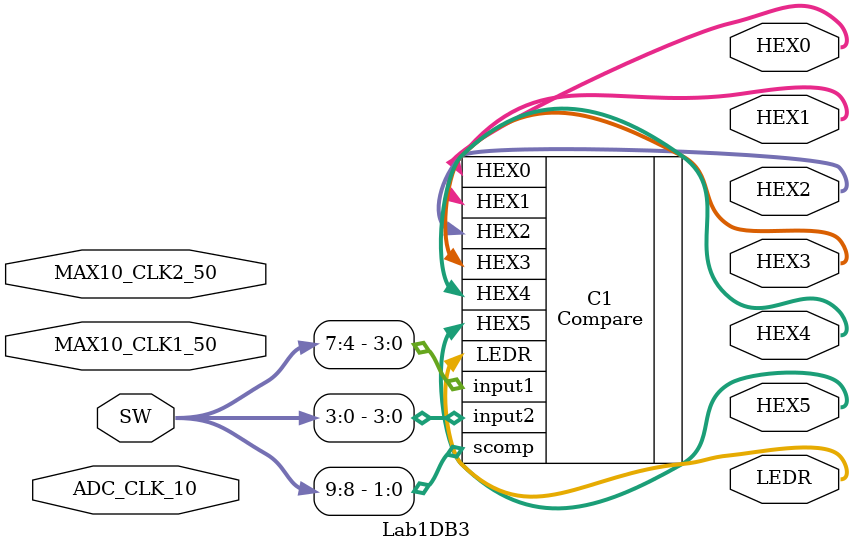
<source format=v>
module Lab1DB3(

	//////////// CLOCK //////////
	input 		          		ADC_CLK_10,
	input 		          		MAX10_CLK1_50,
	input 		          		MAX10_CLK2_50,

	//////////// SEG7 //////////
	output		     [7:0]		HEX0,
	output		     [7:0]		HEX1,
	output		     [7:0]		HEX2,
	output		     [7:0]		HEX3,
	output		     [7:0]		HEX4,
	output		     [7:0]		HEX5,

	//////////// LED //////////
	output		     [9:0]		LEDR,

	//////////// SW //////////
	input 		     [9:0]		SW
);

Compare C1(.HEX0(HEX0), .HEX1(HEX1), .HEX2(HEX2), .HEX3(HEX3), .HEX4(HEX4), .HEX5(HEX5), .LEDR(LEDR[9:0]), .input1(SW[7:4]), .input2(SW[3:0]), .scomp(SW[9:8]));


endmodule

</source>
